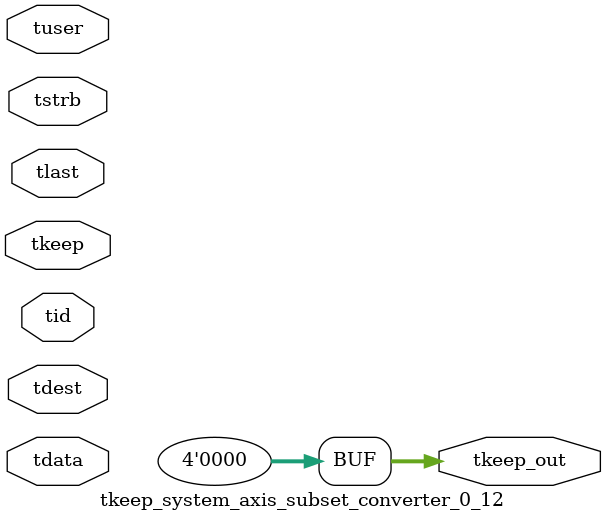
<source format=v>


`timescale 1ps/1ps

module tkeep_system_axis_subset_converter_0_12 #
(
parameter C_S_AXIS_TDATA_WIDTH = 32,
parameter C_S_AXIS_TUSER_WIDTH = 0,
parameter C_S_AXIS_TID_WIDTH   = 0,
parameter C_S_AXIS_TDEST_WIDTH = 0,
parameter C_M_AXIS_TDATA_WIDTH = 32
)
(
input  [(C_S_AXIS_TDATA_WIDTH == 0 ? 1 : C_S_AXIS_TDATA_WIDTH)-1:0     ] tdata,
input  [(C_S_AXIS_TUSER_WIDTH == 0 ? 1 : C_S_AXIS_TUSER_WIDTH)-1:0     ] tuser,
input  [(C_S_AXIS_TID_WIDTH   == 0 ? 1 : C_S_AXIS_TID_WIDTH)-1:0       ] tid,
input  [(C_S_AXIS_TDEST_WIDTH == 0 ? 1 : C_S_AXIS_TDEST_WIDTH)-1:0     ] tdest,
input  [(C_S_AXIS_TDATA_WIDTH/8)-1:0 ] tkeep,
input  [(C_S_AXIS_TDATA_WIDTH/8)-1:0 ] tstrb,
input                                                                    tlast,
output [(C_M_AXIS_TDATA_WIDTH/8)-1:0 ] tkeep_out
);

assign tkeep_out = {1'b0};

endmodule


</source>
